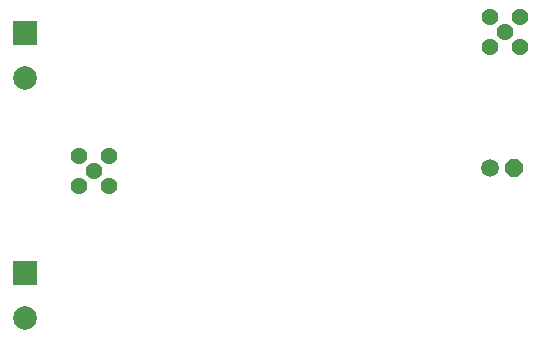
<source format=gbr>
G04 EAGLE Gerber RS-274X export*
G75*
%MOMM*%
%FSLAX34Y34*%
%LPD*%
%INSoldermask Bottom*%
%IPPOS*%
%AMOC8*
5,1,8,0,0,1.08239X$1,22.5*%
G01*
%ADD10P,1.625317X8X202.500000*%
%ADD11C,1.501600*%
%ADD12R,2.006600X2.006600*%
%ADD13C,2.006600*%
%ADD14C,1.435100*%


D10*
X477360Y158750D03*
D11*
X457360Y158750D03*
D12*
X63500Y69850D03*
D13*
X63500Y31750D03*
D12*
X63500Y273050D03*
D13*
X63500Y234950D03*
D14*
X121920Y156210D03*
X134620Y168910D03*
X134620Y143510D03*
X109220Y143510D03*
X109220Y168910D03*
X469900Y274320D03*
X482600Y261620D03*
X457200Y261620D03*
X457200Y287020D03*
X482600Y287020D03*
M02*

</source>
